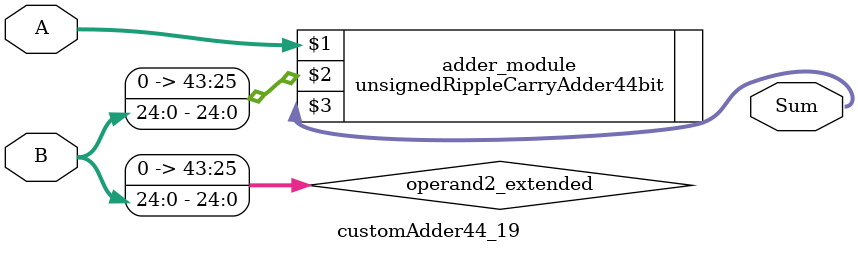
<source format=v>
module customAdder44_19(
                        input [43 : 0] A,
                        input [24 : 0] B,
                        
                        output [44 : 0] Sum
                );

        wire [43 : 0] operand2_extended;
        
        assign operand2_extended =  {19'b0, B};
        
        unsignedRippleCarryAdder44bit adder_module(
            A,
            operand2_extended,
            Sum
        );
        
        endmodule
        
</source>
